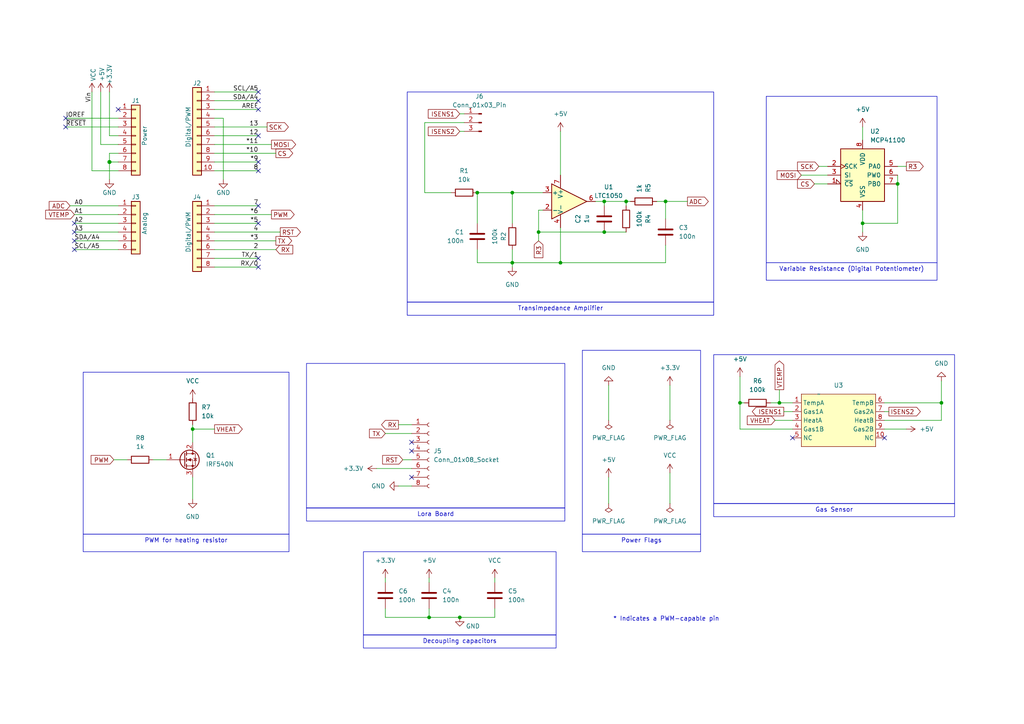
<source format=kicad_sch>
(kicad_sch (version 20230121) (generator eeschema)
  (paper "A4")
  (title_block (title "ISS 2023 AJB & RM - Gas Sensor") (date "2023-12-13"))
  (lib_symbols
    (symbol "+5V_1" (power) (pin_names (offset 0))
      (property "Value" "+5V_1" (at 0 3.556 0))
      (symbol "+5V_1_0_1"
        (polyline (pts (xy -0.762 1.27) (xy 0 2.54)))
        (polyline (pts (xy 0 0) (xy 0 2.54)))
        (polyline (pts (xy 0 2.54) (xy 0.762 1.27)))
      )
      (symbol "+5V_1_1_1"
        (pin power_in line (at 0 0 90) (length 0) hide (name "+5V") (number "1"))
      )
    )
    (symbol "+5V_2" (power) (pin_names (offset 0))
      (property "Value" "+5V_2" (at 0 3.556 0))
      (symbol "+5V_2_0_1"
        (polyline (pts (xy -0.762 1.27) (xy 0 2.54)))
        (polyline (pts (xy 0 0) (xy 0 2.54)))
        (polyline (pts (xy 0 2.54) (xy 0.762 1.27)))
      )
      (symbol "+5V_2_1_1"
        (pin power_in line (at 0 0 90) (length 0) hide (name "+5V") (number "1"))
      )
    )
    (symbol "+5V_3" (power) (pin_names (offset 0))
      (property "Value" "+5V_3" (at 0 3.556 0))
      (symbol "+5V_3_0_1"
        (polyline (pts (xy -0.762 1.27) (xy 0 2.54)))
        (polyline (pts (xy 0 0) (xy 0 2.54)))
        (polyline (pts (xy 0 2.54) (xy 0.762 1.27)))
      )
      (symbol "+5V_3_1_1"
        (pin power_in line (at 0 0 90) (length 0) hide (name "+5V") (number "1"))
      )
    )
    (symbol "+5V_4" (power) (pin_names (offset 0))
      (property "Value" "+5V_4" (at 0 3.556 0))
      (symbol "+5V_4_0_1"
        (polyline (pts (xy -0.762 1.27) (xy 0 2.54)))
        (polyline (pts (xy 0 0) (xy 0 2.54)))
        (polyline (pts (xy 0 2.54) (xy 0.762 1.27)))
      )
      (symbol "+5V_4_1_1"
        (pin power_in line (at 0 0 90) (length 0) hide (name "+5V") (number "1"))
      )
    )
    (symbol "+5V_5" (power) (pin_names (offset 0))
      (property "Value" "+5V_5" (at 0 3.556 0))
      (symbol "+5V_5_0_1"
        (polyline (pts (xy -0.762 1.27) (xy 0 2.54)))
        (polyline (pts (xy 0 0) (xy 0 2.54)))
        (polyline (pts (xy 0 2.54) (xy 0.762 1.27)))
      )
      (symbol "+5V_5_1_1"
        (pin power_in line (at 0 0 90) (length 0) hide (name "+5V") (number "1"))
      )
    )
    (symbol "Amplifier_Operational:LM6171xxN" (pin_names (offset 0.127))
      (property "Reference" "U" (at 0 6.35 0))
      (property "Value" "LM6171xxN" (at 0 3.81 0))
      (symbol "LM6171xxN_0_1"
        (polyline (pts (xy -5.08 5.08) (xy 5.08 0) (xy -5.08 -5.08) (xy -5.08 5.08)) (stroke (width 0.254)) (fill (type background)))
      )
      (symbol "LM6171xxN_1_1"
        (pin no_connect line (at -5.08 -2.54 90) (length 2.54) hide (name "NC") (number "1"))
        (pin input line (at -7.62 -2.54 0) (length 2.54) (name "-") (number "2"))
        (pin input line (at -7.62 2.54 0) (length 2.54) (name "+") (number "3"))
        (pin power_in line (at -2.54 -7.62 90) (length 3.81) (name "V-") (number "4"))
        (pin no_connect line (at -2.54 -2.54 90) (length 2.54) hide (name "NC") (number "5"))
        (pin output line (at 7.62 0 180) (length 2.54) (name "~") (number "6"))
        (pin power_in line (at -2.54 7.62 270) (length 3.81) (name "V+") (number "7"))
        (pin no_connect line (at 0 -2.54 90) (length 2.54) hide (name "NC") (number "8"))
      )
    )
    (symbol "Connector:Conn_01x03_Pin" (pin_names (offset 1.016) hide)
      (property "Reference" "J" (at 0 5.08 0))
      (property "Value" "Conn_01x03_Pin" (at 0 -5.08 0))
      (symbol "Conn_01x03_Pin_1_1"
        (polyline (pts (xy 1.27 -2.54) (xy 0.8636 -2.54)) (stroke (width 0.1524)))
        (polyline (pts (xy 1.27 0) (xy 0.8636 0)) (stroke (width 0.1524)))
        (polyline (pts (xy 1.27 2.54) (xy 0.8636 2.54)) (stroke (width 0.1524)))
        (rectangle (start 0.8636 -2.413) (end 0 -2.667) (stroke (width 0.1524)) (fill (type outline)))
        (rectangle (start 0.8636 0.127) (end 0 -0.127) (stroke (width 0.1524)) (fill (type outline)))
        (rectangle (start 0.8636 2.667) (end 0 2.413) (stroke (width 0.1524)) (fill (type outline)))
        (pin passive line (at 5.08 2.54 180) (length 3.81) (name "Pin_1") (number "1"))
        (pin passive line (at 5.08 0 180) (length 3.81) (name "Pin_2") (number "2"))
        (pin passive line (at 5.08 -2.54 180) (length 3.81) (name "Pin_3") (number "3"))
      )
    )
    (symbol "Connector:Conn_01x08_Socket" (pin_names (offset 1.016) hide)
      (property "Reference" "J" (at 0 10.16 0))
      (property "Value" "Conn_01x08_Socket" (at 0 -12.7 0))
      (symbol "Conn_01x08_Socket_1_1"
        (arc (start 0 -9.652) (mid -0.5058 -10.16) (end 0 -10.668) (stroke (width 0.1524)))
        (arc (start 0 -7.112) (mid -0.5058 -7.62) (end 0 -8.128) (stroke (width 0.1524)))
        (arc (start 0 -4.572) (mid -0.5058 -5.08) (end 0 -5.588) (stroke (width 0.1524)))
        (arc (start 0 -2.032) (mid -0.5058 -2.54) (end 0 -3.048) (stroke (width 0.1524)))
        (polyline (pts (xy -1.27 -10.16) (xy -0.508 -10.16)) (stroke (width 0.1524)))
        (polyline (pts (xy -1.27 -7.62) (xy -0.508 -7.62)) (stroke (width 0.1524)))
        (polyline (pts (xy -1.27 -5.08) (xy -0.508 -5.08)) (stroke (width 0.1524)))
        (polyline (pts (xy -1.27 -2.54) (xy -0.508 -2.54)) (stroke (width 0.1524)))
        (polyline (pts (xy -1.27 0) (xy -0.508 0)) (stroke (width 0.1524)))
        (polyline (pts (xy -1.27 2.54) (xy -0.508 2.54)) (stroke (width 0.1524)))
        (polyline (pts (xy -1.27 5.08) (xy -0.508 5.08)) (stroke (width 0.1524)))
        (polyline (pts (xy -1.27 7.62) (xy -0.508 7.62)) (stroke (width 0.1524)))
        (arc (start 0 0.508) (mid -0.5058 0) (end 0 -0.508) (stroke (width 0.1524)))
        (arc (start 0 3.048) (mid -0.5058 2.54) (end 0 2.032) (stroke (width 0.1524)))
        (arc (start 0 5.588) (mid -0.5058 5.08) (end 0 4.572) (stroke (width 0.1524)))
        (arc (start 0 8.128) (mid -0.5058 7.62) (end 0 7.112) (stroke (width 0.1524)))
        (pin passive line (at -5.08 7.62 0) (length 3.81) (name "Pin_1") (number "1"))
        (pin passive line (at -5.08 5.08 0) (length 3.81) (name "Pin_2") (number "2"))
        (pin passive line (at -5.08 2.54 0) (length 3.81) (name "Pin_3") (number "3"))
        (pin passive line (at -5.08 0 0) (length 3.81) (name "Pin_4") (number "4"))
        (pin passive line (at -5.08 -2.54 0) (length 3.81) (name "Pin_5") (number "5"))
        (pin passive line (at -5.08 -5.08 0) (length 3.81) (name "Pin_6") (number "6"))
        (pin passive line (at -5.08 -7.62 0) (length 3.81) (name "Pin_7") (number "7"))
        (pin passive line (at -5.08 -10.16 0) (length 3.81) (name "Pin_8") (number "8"))
      )
    )
    (symbol "Connector_Generic:Conn_01x06" (pin_names (offset 1.016) hide)
      (property "Reference" "J" (at 0 7.62 0))
      (property "Value" "Conn_01x06" (at 0 -10.16 0))
      (symbol "Conn_01x06_1_1"
        (rectangle (start -1.27 -7.493) (end 0 -7.747) (stroke (width 0.1524)))
        (rectangle (start -1.27 -4.953) (end 0 -5.207) (stroke (width 0.1524)))
        (rectangle (start -1.27 -2.413) (end 0 -2.667) (stroke (width 0.1524)))
        (rectangle (start -1.27 0.127) (end 0 -0.127) (stroke (width 0.1524)))
        (rectangle (start -1.27 2.667) (end 0 2.413) (stroke (width 0.1524)))
        (rectangle (start -1.27 5.207) (end 0 4.953) (stroke (width 0.1524)))
        (rectangle (start -1.27 6.35) (end 1.27 -8.89) (stroke (width 0.254)) (fill (type background)))
        (pin passive line (at -5.08 5.08 0) (length 3.81) (name "Pin_1") (number "1"))
        (pin passive line (at -5.08 2.54 0) (length 3.81) (name "Pin_2") (number "2"))
        (pin passive line (at -5.08 0 0) (length 3.81) (name "Pin_3") (number "3"))
        (pin passive line (at -5.08 -2.54 0) (length 3.81) (name "Pin_4") (number "4"))
        (pin passive line (at -5.08 -5.08 0) (length 3.81) (name "Pin_5") (number "5"))
        (pin passive line (at -5.08 -7.62 0) (length 3.81) (name "Pin_6") (number "6"))
      )
    )
    (symbol "Connector_Generic:Conn_01x08" (pin_names (offset 1.016) hide)
      (property "Reference" "J" (at 0 10.16 0))
      (property "Value" "Conn_01x08" (at 0 -12.7 0))
      (symbol "Conn_01x08_1_1"
        (rectangle (start -1.27 -10.033) (end 0 -10.287) (stroke (width 0.1524)))
        (rectangle (start -1.27 -7.493) (end 0 -7.747) (stroke (width 0.1524)))
        (rectangle (start -1.27 -4.953) (end 0 -5.207) (stroke (width 0.1524)))
        (rectangle (start -1.27 -2.413) (end 0 -2.667) (stroke (width 0.1524)))
        (rectangle (start -1.27 0.127) (end 0 -0.127) (stroke (width 0.1524)))
        (rectangle (start -1.27 2.667) (end 0 2.413) (stroke (width 0.1524)))
        (rectangle (start -1.27 5.207) (end 0 4.953) (stroke (width 0.1524)))
        (rectangle (start -1.27 7.747) (end 0 7.493) (stroke (width 0.1524)))
        (rectangle (start -1.27 8.89) (end 1.27 -11.43) (stroke (width 0.254)) (fill (type background)))
        (pin passive line (at -5.08 7.62 0) (length 3.81) (name "Pin_1") (number "1"))
        (pin passive line (at -5.08 5.08 0) (length 3.81) (name "Pin_2") (number "2"))
        (pin passive line (at -5.08 2.54 0) (length 3.81) (name "Pin_3") (number "3"))
        (pin passive line (at -5.08 0 0) (length 3.81) (name "Pin_4") (number "4"))
        (pin passive line (at -5.08 -2.54 0) (length 3.81) (name "Pin_5") (number "5"))
        (pin passive line (at -5.08 -5.08 0) (length 3.81) (name "Pin_6") (number "6"))
        (pin passive line (at -5.08 -7.62 0) (length 3.81) (name "Pin_7") (number "7"))
        (pin passive line (at -5.08 -10.16 0) (length 3.81) (name "Pin_8") (number "8"))
      )
    )
    (symbol "Connector_Generic:Conn_01x10" (pin_names (offset 1.016) hide)
      (property "Reference" "J" (at 0 12.7 0))
      (property "Value" "Conn_01x10" (at 0 -15.24 0))
      (symbol "Conn_01x10_1_1"
        (rectangle (start -1.27 -12.573) (end 0 -12.827) (stroke (width 0.1524)))
        (rectangle (start -1.27 -10.033) (end 0 -10.287) (stroke (width 0.1524)))
        (rectangle (start -1.27 -7.493) (end 0 -7.747) (stroke (width 0.1524)))
        (rectangle (start -1.27 -4.953) (end 0 -5.207) (stroke (width 0.1524)))
        (rectangle (start -1.27 -2.413) (end 0 -2.667) (stroke (width 0.1524)))
        (rectangle (start -1.27 0.127) (end 0 -0.127) (stroke (width 0.1524)))
        (rectangle (start -1.27 2.667) (end 0 2.413) (stroke (width 0.1524)))
        (rectangle (start -1.27 5.207) (end 0 4.953) (stroke (width 0.1524)))
        (rectangle (start -1.27 7.747) (end 0 7.493) (stroke (width 0.1524)))
        (rectangle (start -1.27 10.287) (end 0 10.033) (stroke (width 0.1524)))
        (rectangle (start -1.27 11.43) (end 1.27 -13.97) (stroke (width 0.254)) (fill (type background)))
        (pin passive line (at -5.08 10.16 0) (length 3.81) (name "Pin_1") (number "1"))
        (pin passive line (at -5.08 -12.7 0) (length 3.81) (name "Pin_10") (number "10"))
        (pin passive line (at -5.08 7.62 0) (length 3.81) (name "Pin_2") (number "2"))
        (pin passive line (at -5.08 5.08 0) (length 3.81) (name "Pin_3") (number "3"))
        (pin passive line (at -5.08 2.54 0) (length 3.81) (name "Pin_4") (number "4"))
        (pin passive line (at -5.08 0 0) (length 3.81) (name "Pin_5") (number "5"))
        (pin passive line (at -5.08 -2.54 0) (length 3.81) (name "Pin_6") (number "6"))
        (pin passive line (at -5.08 -5.08 0) (length 3.81) (name "Pin_7") (number "7"))
        (pin passive line (at -5.08 -7.62 0) (length 3.81) (name "Pin_8") (number "8"))
        (pin passive line (at -5.08 -10.16 0) (length 3.81) (name "Pin_9") (number "9"))
      )
    )
    (symbol "Device:C" (pin_numbers hide) (pin_names (offset 0.254))
      (property "Reference" "C" (at 0.635 2.54 0))
      (property "Value" "C" (at 0.635 -2.54 0))
      (symbol "C_0_1"
        (polyline (pts (xy -2.032 -0.762) (xy 2.032 -0.762)) (stroke (width 0.508)))
        (polyline (pts (xy -2.032 0.762) (xy 2.032 0.762)) (stroke (width 0.508)))
      )
      (symbol "C_1_1"
        (pin passive line (at 0 3.81 270) (length 2.794) (name "~") (number "1"))
        (pin passive line (at 0 -3.81 90) (length 2.794) (name "~") (number "2"))
      )
    )
    (symbol "Device:R" (pin_numbers hide) (pin_names (offset 0))
      (property "Reference" "R" (at 2.032 0 90))
      (property "Value" "R" (at 0 0 90))
      (symbol "R_0_1"
        (rectangle (start -1.016 -2.54) (end 1.016 2.54) (stroke (width 0.254)))
      )
      (symbol "R_1_1"
        (pin passive line (at 0 3.81 270) (length 1.27) (name "~") (number "1"))
        (pin passive line (at 0 -3.81 90) (length 1.27) (name "~") (number "2"))
      )
    )
    (symbol "GND_1" (power) (pin_names (offset 0))
      (property "Value" "GND_1" (at 0 -3.81 0))
      (symbol "GND_1_0_1"
        (polyline (pts (xy 0 0) (xy 0 -1.27) (xy 1.27 -1.27) (xy 0 -2.54) (xy -1.27 -1.27) (xy 0 -1.27)))
      )
      (symbol "GND_1_1_1"
        (pin power_in line (at 0 0 270) (length 0) hide (name "GND") (number "1"))
      )
    )
    (symbol "GND_2" (power) (pin_names (offset 0))
      (property "Value" "GND_2" (at 0 -3.81 0))
      (symbol "GND_2_0_1"
        (polyline (pts (xy 0 0) (xy 0 -1.27) (xy 1.27 -1.27) (xy 0 -2.54) (xy -1.27 -1.27) (xy 0 -1.27)))
      )
      (symbol "GND_2_1_1"
        (pin power_in line (at 0 0 270) (length 0) hide (name "GND") (number "1"))
      )
    )
    (symbol "GND_3" (power) (pin_names (offset 0))
      (property "Value" "GND_3" (at 0 -3.81 0))
      (symbol "GND_3_0_1"
        (polyline (pts (xy 0 0) (xy 0 -1.27) (xy 1.27 -1.27) (xy 0 -2.54) (xy -1.27 -1.27) (xy 0 -1.27)))
      )
      (symbol "GND_3_1_1"
        (pin power_in line (at 0 0 270) (length 0) hide (name "GND") (number "1"))
      )
    )
    (symbol "GND_4" (power) (pin_names (offset 0))
      (property "Value" "GND_4" (at 0 -3.81 0))
      (symbol "GND_4_0_1"
        (polyline (pts (xy 0 0) (xy 0 -1.27) (xy 1.27 -1.27) (xy 0 -2.54) (xy -1.27 -1.27) (xy 0 -1.27)))
      )
      (symbol "GND_4_1_1"
        (pin power_in line (at 0 0 270) (length 0) hide (name "GND") (number "1"))
      )
    )
    (symbol "GND_5" (power) (pin_names (offset 0))
      (property "Value" "GND_5" (at 0 -3.81 0))
      (symbol "GND_5_0_1"
        (polyline (pts (xy 0 0) (xy 0 -1.27) (xy 1.27 -1.27) (xy 0 -2.54) (xy -1.27 -1.27) (xy 0 -1.27)))
      )
      (symbol "GND_5_1_1"
        (pin power_in line (at 0 0 270) (length 0) hide (name "GND") (number "1"))
      )
    )
    (symbol "GND_6" (power) (pin_names (offset 0))
      (property "Value" "GND_6" (at 0 -3.81 0))
      (symbol "GND_6_0_1"
        (polyline (pts (xy 0 0) (xy 0 -1.27) (xy 1.27 -1.27) (xy 0 -2.54) (xy -1.27 -1.27) (xy 0 -1.27)))
      )
      (symbol "GND_6_1_1"
        (pin power_in line (at 0 0 270) (length 0) hide (name "GND") (number "1"))
      )
    )
    (symbol "GND_7" (power) (pin_names (offset 0))
      (property "Value" "GND_7" (at 0 -3.81 0))
      (symbol "GND_7_0_1"
        (polyline (pts (xy 0 0) (xy 0 -1.27) (xy 1.27 -1.27) (xy 0 -2.54) (xy -1.27 -1.27) (xy 0 -1.27)))
      )
      (symbol "GND_7_1_1"
        (pin power_in line (at 0 0 270) (length 0) hide (name "GND") (number "1"))
      )
    )
    (symbol "Library_AJB_RM_0:Gas_Sensor"
      (property "Reference" "U" (at 0 0 0))
      (symbol "Gas_Sensor_1_1"
        (rectangle (start -5.08 0) (end 16.51 -15.24) (fill (type background)))
        (pin passive line (at -7.62 -2.54 0) (length 2.54) (name "TempA") (number "1"))
        (pin passive line (at 19.05 -12.7 180) (length 2.54) (name "NC") (number "10"))
        (pin passive line (at -7.62 -5.08 0) (length 2.54) (name "Gas1A") (number "2"))
        (pin passive line (at -7.62 -7.62 0) (length 2.54) (name "HeatA") (number "3"))
        (pin passive line (at -7.62 -10.16 0) (length 2.54) (name "Gas1B") (number "4"))
        (pin passive line (at -7.62 -12.7 0) (length 2.54) (name "NC") (number "5"))
        (pin passive line (at 19.05 -2.54 180) (length 2.54) (name "TempB") (number "6"))
        (pin passive line (at 19.05 -5.08 180) (length 2.54) (name "Gas2A") (number "7"))
        (pin passive line (at 19.05 -7.62 180) (length 2.54) (name "HeatB") (number "8"))
        (pin passive line (at 19.05 -10.16 180) (length 2.54) (name "Gas2B") (number "9"))
      )
    )
    (symbol "Potentiometer_Digital:MCP41100" (pin_names (offset 1.016))
      (property "Reference" "U" (at -6.35 8.89 0))
      (property "Value" "MCP41100" (at 1.27 8.89 0))
      (symbol "MCP41100_0_1"
        (rectangle (start -6.35 7.62) (end 6.35 -7.62) (stroke (width 0.254)) (fill (type background)))
      )
      (symbol "MCP41100_1_1"
        (pin input input_low (at -10.16 -2.54 0) (length 3.81) (name "~{CS}") (number "1"))
        (pin passive clock (at -10.16 2.54 0) (length 3.81) (name "SCK") (number "2"))
        (pin input line (at -10.16 0 0) (length 3.81) (name "SI") (number "3"))
        (pin power_in line (at 0 -10.16 90) (length 2.54) (name "VSS") (number "4"))
        (pin passive line (at 10.16 2.54 180) (length 3.81) (name "PA0") (number "5"))
        (pin passive line (at 10.16 0 180) (length 3.81) (name "PW0") (number "6"))
        (pin passive line (at 10.16 -2.54 180) (length 3.81) (name "PB0") (number "7"))
        (pin power_in line (at 0 10.16 270) (length 2.54) (name "VDD") (number "8"))
      )
    )
    (symbol "Transistor_FET:IRF540N" (pin_names hide)
      (property "Reference" "Q" (at 6.35 1.905 0))
      (property "Value" "IRF540N" (at 6.35 0 0))
      (symbol "IRF540N_0_1"
        (polyline (pts (xy 0.254 0) (xy -2.54 0)))
        (polyline (pts (xy 0.254 1.905) (xy 0.254 -1.905)) (stroke (width 0.254)))
        (polyline (pts (xy 0.762 -1.27) (xy 0.762 -2.286)) (stroke (width 0.254)))
        (polyline (pts (xy 0.762 0.508) (xy 0.762 -0.508)) (stroke (width 0.254)))
        (polyline (pts (xy 0.762 2.286) (xy 0.762 1.27)) (stroke (width 0.254)))
        (polyline (pts (xy 2.54 2.54) (xy 2.54 1.778)))
        (polyline (pts (xy 2.54 -2.54) (xy 2.54 0) (xy 0.762 0)))
        (polyline (pts (xy 0.762 -1.778) (xy 3.302 -1.778) (xy 3.302 1.778) (xy 0.762 1.778)))
        (polyline (pts (xy 1.016 0) (xy 2.032 0.381) (xy 2.032 -0.381) (xy 1.016 0)) (fill (type outline)))
        (polyline (pts (xy 2.794 0.508) (xy 2.921 0.381) (xy 3.683 0.381) (xy 3.81 0.254)))
        (polyline (pts (xy 3.302 0.381) (xy 2.921 -0.254) (xy 3.683 -0.254) (xy 3.302 0.381)))
        (circle (center 1.651 0) (radius 2.794) (stroke (width 0.254)))
        (circle (center 2.54 -1.778) (radius 0.254) (fill (type outline)))
        (circle (center 2.54 1.778) (radius 0.254) (fill (type outline)))
      )
      (symbol "IRF540N_1_1"
        (pin input line (at -5.08 0 0) (length 2.54) (name "G") (number "1"))
        (pin passive line (at 2.54 5.08 270) (length 2.54) (name "D") (number "2"))
        (pin passive line (at 2.54 -5.08 90) (length 2.54) (name "S") (number "3"))
      )
    )
    (symbol "VCC_1" (power) (pin_names (offset 0))
      (property "Value" "VCC_1" (at 0 3.81 0))
      (symbol "VCC_1_0_1"
        (polyline (pts (xy -0.762 1.27) (xy 0 2.54)))
        (polyline (pts (xy 0 0) (xy 0 2.54)))
        (polyline (pts (xy 0 2.54) (xy 0.762 1.27)))
      )
      (symbol "VCC_1_1_1"
        (pin power_in line (at 0 0 90) (length 0) hide (name "VCC") (number "1"))
      )
    )
    (symbol "VCC_2" (power) (pin_names (offset 0))
      (property "Value" "VCC_2" (at 0 3.81 0))
      (symbol "VCC_2_0_1"
        (polyline (pts (xy -0.762 1.27) (xy 0 2.54)))
        (polyline (pts (xy 0 0) (xy 0 2.54)))
        (polyline (pts (xy 0 2.54) (xy 0.762 1.27)))
      )
      (symbol "VCC_2_1_1"
        (pin power_in line (at 0 0 90) (length 0) hide (name "VCC") (number "1"))
      )
    )
    (symbol "VCC_3" (power) (pin_names (offset 0))
      (property "Value" "VCC_3" (at 0 3.81 0))
      (symbol "VCC_3_0_1"
        (polyline (pts (xy -0.762 1.27) (xy 0 2.54)))
        (polyline (pts (xy 0 0) (xy 0 2.54)))
        (polyline (pts (xy 0 2.54) (xy 0.762 1.27)))
      )
      (symbol "VCC_3_1_1"
        (pin power_in line (at 0 0 90) (length 0) hide (name "VCC") (number "1"))
      )
    )
    (symbol "power:+3.3V" (power) (pin_names (offset 0))
      (property "Value" "+3.3V" (at 0 3.556 0))
      (symbol "+3.3V_0_1"
        (polyline (pts (xy -0.762 1.27) (xy 0 2.54)))
        (polyline (pts (xy 0 0) (xy 0 2.54)))
        (polyline (pts (xy 0 2.54) (xy 0.762 1.27)))
      )
      (symbol "+3.3V_1_1"
        (pin power_in line (at 0 0 90) (length 0) hide (name "+3.3V") (number "1"))
      )
    )
    (symbol "power:+5V" (power) (pin_names (offset 0))
      (property "Value" "+5V" (at 0 3.556 0))
      (symbol "+5V_0_1"
        (polyline (pts (xy -0.762 1.27) (xy 0 2.54)))
        (polyline (pts (xy 0 0) (xy 0 2.54)))
        (polyline (pts (xy 0 2.54) (xy 0.762 1.27)))
      )
      (symbol "+5V_1_1"
        (pin power_in line (at 0 0 90) (length 0) hide (name "+5V") (number "1"))
      )
    )
    (symbol "power:GND" (power) (pin_names (offset 0))
      (property "Value" "GND" (at 0 -3.81 0))
      (symbol "GND_0_1"
        (polyline (pts (xy 0 0) (xy 0 -1.27) (xy 1.27 -1.27) (xy 0 -2.54) (xy -1.27 -1.27) (xy 0 -1.27)))
      )
      (symbol "GND_1_1"
        (pin power_in line (at 0 0 270) (length 0) hide (name "GND") (number "1"))
      )
    )
    (symbol "power:PWR_FLAG" (power) (pin_numbers hide) (pin_names (offset 0) hide)
      (property "Value" "PWR_FLAG" (at 0 3.81 0))
      (symbol "PWR_FLAG_0_0"
        (pin power_out line (at 0 0 90) (length 0) (name "pwr") (number "1"))
      )
      (symbol "PWR_FLAG_0_1"
        (polyline (pts (xy 0 0) (xy 0 1.27) (xy -1.016 1.905) (xy 0 2.54) (xy 1.016 1.905) (xy 0 1.27)))
      )
    )
    (symbol "power:VCC" (power) (pin_names (offset 0))
      (property "Value" "VCC" (at 0 3.81 0))
      (symbol "VCC_0_1"
        (polyline (pts (xy -0.762 1.27) (xy 0 2.54)))
        (polyline (pts (xy 0 0) (xy 0 2.54)))
        (polyline (pts (xy 0 2.54) (xy 0.762 1.27)))
      )
      (symbol "VCC_1_1"
        (pin power_in line (at 0 0 90) (length 0) hide (name "VCC") (number "1"))
      )
    )
  )
  (junction (at 273.05 116.84))
  (junction (at 214.63 116.84))
  (junction (at 181.61 58.42))
  (junction (at 133.35 179.07))
  (junction (at 138.43 55.88))
  (junction (at 156.21 67.31))
  (junction (at 162.56 76.2))
  (junction (at 226.06 116.84))
  (junction (at 124.46 179.07))
  (junction (at 31.75 46.99) (diameter 1.016))
  (junction (at 148.59 76.2))
  (junction (at 55.88 124.46))
  (junction (at 175.26 58.42))
  (junction (at 193.04 58.42))
  (junction (at 260.35 53.34))
  (junction (at 250.19 64.77))
  (junction (at 148.59 55.88))
  (junction (at 175.26 67.31))
  (no_connect (at 229.87 127))
  (no_connect (at 74.93 46.99))
  (no_connect (at 119.38 138.43))
  (no_connect (at 74.93 77.47))
  (no_connect (at 74.93 59.69))
  (no_connect (at 74.93 39.37))
  (no_connect (at 344.17 13.97))
  (no_connect (at 74.93 29.21))
  (no_connect (at 256.54 127))
  (no_connect (at 74.93 64.77))
  (no_connect (at 21.59 69.85))
  (no_connect (at 74.93 31.75))
  (no_connect (at 74.93 74.93))
  (no_connect (at 119.38 130.81))
  (no_connect (at 74.93 26.67))
  (no_connect (at 119.38 128.27))
  (no_connect (at 21.59 67.31))
  (no_connect (at 21.59 72.39))
  (no_connect (at 34.29 31.75))
  (no_connect (at 21.59 64.77))
  (no_connect (at 74.93 49.53))
  (no_connect (at 19.05 36.83))
  (no_connect (at 19.05 34.29))
  (wire (pts (xy 62.23 77.47) (xy 74.93 77.47)))
  (wire (pts (xy 172.72 58.42) (xy 175.26 58.42)))
  (wire (pts (xy 62.23 44.45) (xy 80.01 44.45)))
  (wire (pts (xy 214.63 109.22) (xy 214.63 116.84)))
  (wire (pts (xy 138.43 72.39) (xy 138.43 76.2)))
  (wire (pts (xy 62.23 26.67) (xy 74.93 26.67)))
  (wire (pts (xy 109.22 135.89) (xy 119.38 135.89)))
  (wire (pts (xy 181.61 58.42) (xy 181.61 59.69)))
  (wire (pts (xy 111.76 176.53) (xy 111.76 179.07)))
  (wire (pts (xy 123.19 55.88) (xy 130.81 55.88)))
  (wire (pts (xy 193.04 76.2) (xy 162.56 76.2)))
  (wire (pts (xy 256.54 121.92) (xy 273.05 121.92)))
  (wire (pts (xy 148.59 76.2) (xy 148.59 77.47)))
  (wire (pts (xy 33.02 133.35) (xy 36.83 133.35)))
  (wire (pts (xy 148.59 55.88) (xy 148.59 64.77)))
  (wire (pts (xy 214.63 124.46) (xy 229.87 124.46)))
  (wire (pts (xy 256.54 119.38) (xy 257.81 119.38)))
  (wire (pts (xy 31.75 44.45) (xy 31.75 46.99)))
  (wire (pts (xy 138.43 55.88) (xy 138.43 64.77)))
  (wire (pts (xy 21.59 72.39) (xy 34.29 72.39)))
  (wire (pts (xy 214.63 116.84) (xy 214.63 124.46)))
  (wire (pts (xy 260.35 53.34) (xy 260.35 50.8)))
  (wire (pts (xy 133.35 33.02) (xy 134.62 33.02)))
  (wire (pts (xy 55.88 124.46) (xy 62.23 124.46)))
  (wire (pts (xy 236.22 53.34) (xy 240.03 53.34)))
  (wire (pts (xy 31.75 46.99) (xy 31.75 52.07)))
  (wire (pts (xy 143.51 176.53) (xy 143.51 179.07)))
  (wire (pts (xy 111.76 167.64) (xy 111.76 168.91)))
  (wire (pts (xy 31.75 39.37) (xy 34.29 39.37)))
  (wire (pts (xy 55.88 138.43) (xy 55.88 144.78)))
  (wire (pts (xy 29.21 41.91) (xy 34.29 41.91)))
  (wire (pts (xy 226.06 116.84) (xy 229.87 116.84)))
  (wire (pts (xy 29.21 26.67) (xy 29.21 41.91)))
  (wire (pts (xy 111.76 125.73) (xy 119.38 125.73)))
  (wire (pts (xy 62.23 36.83) (xy 77.47 36.83)))
  (wire (pts (xy 31.75 26.67) (xy 31.75 39.37)))
  (wire (pts (xy 62.23 59.69) (xy 74.93 59.69)))
  (wire (pts (xy 193.04 58.42) (xy 199.39 58.42)))
  (wire (pts (xy 20.32 59.69) (xy 34.29 59.69)))
  (wire (pts (xy 123.19 35.56) (xy 123.19 55.88)))
  (wire (pts (xy 133.35 38.1) (xy 134.62 38.1)))
  (wire (pts (xy 62.23 39.37) (xy 74.93 39.37)))
  (wire (pts (xy 237.49 48.26) (xy 240.03 48.26)))
  (wire (pts (xy 156.21 60.96) (xy 157.48 60.96)))
  (wire (pts (xy 256.54 124.46) (xy 262.89 124.46)))
  (wire (pts (xy 156.21 60.96) (xy 156.21 67.31)))
  (wire (pts (xy 193.04 71.12) (xy 193.04 76.2)))
  (wire (pts (xy 162.56 66.04) (xy 162.56 76.2)))
  (wire (pts (xy 194.31 137.16) (xy 194.31 146.05)))
  (wire (pts (xy 62.23 46.99) (xy 74.93 46.99)))
  (wire (pts (xy 62.23 67.31) (xy 81.28 67.31)))
  (wire (pts (xy 215.9 116.84) (xy 214.63 116.84)))
  (wire (pts (xy 156.21 67.31) (xy 175.26 67.31)))
  (wire (pts (xy 124.46 176.53) (xy 124.46 179.07)))
  (wire (pts (xy 19.05 34.29) (xy 34.29 34.29)))
  (wire (pts (xy 194.31 111.76) (xy 194.31 121.92)))
  (wire (pts (xy 148.59 72.39) (xy 148.59 76.2)))
  (wire (pts (xy 260.35 48.26) (xy 262.89 48.26)))
  (wire (pts (xy 64.77 34.29) (xy 64.77 52.07)))
  (wire (pts (xy 138.43 55.88) (xy 148.59 55.88)))
  (wire (pts (xy 156.21 67.31) (xy 156.21 69.85)))
  (wire (pts (xy 193.04 58.42) (xy 193.04 63.5)))
  (wire (pts (xy 62.23 31.75) (xy 74.93 31.75)))
  (wire (pts (xy 148.59 76.2) (xy 162.56 76.2)))
  (wire (pts (xy 134.62 35.56) (xy 123.19 35.56)))
  (wire (pts (xy 62.23 62.23) (xy 78.74 62.23)))
  (wire (pts (xy 176.53 138.43) (xy 176.53 146.05)))
  (wire (pts (xy 34.29 64.77) (xy 21.59 64.77)))
  (wire (pts (xy 19.05 36.83) (xy 34.29 36.83)))
  (wire (pts (xy 34.29 46.99) (xy 31.75 46.99)))
  (wire (pts (xy 138.43 76.2) (xy 148.59 76.2)))
  (wire (pts (xy 115.57 123.19) (xy 119.38 123.19)))
  (wire (pts (xy 256.54 116.84) (xy 273.05 116.84)))
  (wire (pts (xy 55.88 123.19) (xy 55.88 124.46)))
  (wire (pts (xy 116.84 133.35) (xy 119.38 133.35)))
  (wire (pts (xy 34.29 49.53) (xy 26.67 49.53)))
  (wire (pts (xy 190.5 58.42) (xy 193.04 58.42)))
  (wire (pts (xy 21.59 62.23) (xy 34.29 62.23)))
  (wire (pts (xy 175.26 58.42) (xy 181.61 58.42)))
  (wire (pts (xy 124.46 167.64) (xy 124.46 168.91)))
  (wire (pts (xy 143.51 167.64) (xy 143.51 168.91)))
  (wire (pts (xy 227.33 119.38) (xy 229.87 119.38)))
  (wire (pts (xy 55.88 124.46) (xy 55.88 128.27)))
  (wire (pts (xy 62.23 64.77) (xy 74.93 64.77)))
  (wire (pts (xy 62.23 34.29) (xy 64.77 34.29)))
  (wire (pts (xy 181.61 58.42) (xy 182.88 58.42)))
  (wire (pts (xy 232.41 50.8) (xy 240.03 50.8)))
  (wire (pts (xy 62.23 69.85) (xy 80.01 69.85)))
  (wire (pts (xy 34.29 44.45) (xy 31.75 44.45)))
  (wire (pts (xy 250.19 60.96) (xy 250.19 64.77)))
  (wire (pts (xy 62.23 41.91) (xy 78.74 41.91)))
  (wire (pts (xy 111.76 179.07) (xy 124.46 179.07)))
  (wire (pts (xy 273.05 110.49) (xy 273.05 116.84)))
  (wire (pts (xy 21.59 67.31) (xy 34.29 67.31)))
  (wire (pts (xy 175.26 67.31) (xy 181.61 67.31)))
  (wire (pts (xy 273.05 116.84) (xy 273.05 121.92)))
  (wire (pts (xy 250.19 67.31) (xy 250.19 64.77)))
  (wire (pts (xy 224.79 121.92) (xy 229.87 121.92)))
  (wire (pts (xy 162.56 38.1) (xy 162.56 50.8)))
  (wire (pts (xy 133.35 179.07) (xy 143.51 179.07)))
  (wire (pts (xy 44.45 133.35) (xy 48.26 133.35)))
  (wire (pts (xy 260.35 64.77) (xy 260.35 53.34)))
  (wire (pts (xy 175.26 58.42) (xy 175.26 59.69)))
  (wire (pts (xy 62.23 29.21) (xy 74.93 29.21)))
  (wire (pts (xy 62.23 72.39) (xy 80.01 72.39)))
  (wire (pts (xy 250.19 64.77) (xy 260.35 64.77)))
  (wire (pts (xy 223.52 116.84) (xy 226.06 116.84)))
  (wire (pts (xy 250.19 36.83) (xy 250.19 40.64)))
  (wire (pts (xy 176.53 111.76) (xy 176.53 121.92)))
  (wire (pts (xy 62.23 74.93) (xy 74.93 74.93)))
  (wire (pts (xy 26.67 49.53) (xy 26.67 26.67)))
  (wire (pts (xy 226.06 113.03) (xy 226.06 116.84)))
  (wire (pts (xy 148.59 55.88) (xy 157.48 55.88)))
  (wire (pts (xy 34.29 69.85) (xy 21.59 69.85)))
  (wire (pts (xy 115.57 140.97) (xy 119.38 140.97)))
  (wire (pts (xy 62.23 49.53) (xy 74.93 49.53)))
  (wire (pts (xy 124.46 179.07) (xy 133.35 179.07)))
  (rectangle (start 88.9 105.41) (end 163.83 147.32))
  (rectangle (start 222.25 27.94) (end 271.78 76.2))
  (rectangle (start 207.01 102.87) (end 276.86 146.05))
  (rectangle (start 168.91 101.6) (end 203.2 154.94))
  (rectangle (start 24.13 107.95) (end 83.82 154.94))
  (rectangle (start 105.41 160.02) (end 161.29 184.15))
  (rectangle (start 118.11 26.67) (end 207.01 87.63))
  (text_box "Decoupling capacitors\n" (at 105.41 184.15 0) (size 55.88 3.81) (effects (font (size 1.27 1.27)) (justify top)))
  (text_box "Variable Resistance (Digital Potentiometer)" (at 222.25 76.2 0) (size 49.53 5.08) (effects (font (size 1.27 1.27)) (justify top)))
  (text_box "PWM for heating resistor" (at 24.13 154.94 0) (size 59.69 5.08) (effects (font (size 1.27 1.27)) (justify top)))
  (text_box "Transimpedance Amplifier" (at 118.11 87.63 0) (size 88.9 3.81) (effects (font (size 1.27 1.27)) (justify top)))
  (text_box "Lora Board " (at 88.9 147.32 0) (size 74.93 3.81) (effects (font (size 1.27 1.27)) (justify top)))
  (text_box "Gas Sensor" (at 207.01 146.05 0) (size 69.85 3.81) (effects (font (size 1.27 1.27)) (justify top)))
  (text_box "Power Flags \n" (at 168.91 154.94 0) (size 34.29 5.08) (effects (font (size 1.27 1.27)) (justify top)))
  (text "* Indicates a PWM-capable pin" (at 177.8 180.34 0) (effects (font (size 1.27 1.27)) (justify left bottom)))
  (label "RX{slash}0" (at 74.93 77.47 180))
  (label "A2" (at 21.59 64.77 0))
  (label "4" (at 74.93 67.31 180))
  (label "2" (at 74.93 72.39 180))
  (label "A3" (at 21.59 67.31 0))
  (label "13" (at 74.93 36.83 180))
  (label "12" (at 74.93 39.37 180))
  (label "~{RESET}" (at 19.05 36.83 0))
  (label "*10" (at 74.93 44.45 180))
  (label "7" (at 74.93 59.69 180))
  (label "SDA{slash}A4" (at 74.93 29.21 180))
  (label "8" (at 74.93 49.53 180))
  (label "*11" (at 74.93 41.91 180))
  (label "*3" (at 74.93 69.85 180))
  (label "A1" (at 21.59 62.23 0))
  (label "TX{slash}1" (at 74.93 74.93 180))
  (label "A0" (at 21.59 59.69 0))
  (label "AREF" (at 74.93 31.75 180))
  (label "Vin" (at 26.67 26.67 270))
  (label "*6" (at 74.93 62.23 180))
  (label "SCL{slash}A5" (at 74.93 26.67 180))
  (label "*9" (at 74.93 46.99 180))
  (label "*5" (at 74.93 64.77 180))
  (label "IOREF" (at 19.05 34.29 0))
  (label "SDA{slash}A4" (at 21.59 69.85 0))
  (label "SCL{slash}A5" (at 21.59 72.39 0))
  (global_label "ISENS1" (shape input) (at 133.35 33.02 180) (property "Intersheetrefs" "${INTERSHEET_REFS}" (effects hide)))
  (global_label "CS" (shape input) (at 236.22 53.34 180) (property "Intersheetrefs" "${INTERSHEET_REFS}" (effects hide)))
  (global_label "VTEMP" (shape output) (at 226.06 113.03 90) (property "Intersheetrefs" "${INTERSHEET_REFS}" (effects hide)))
  (global_label "TX" (shape output) (at 80.01 69.85 0) (property "Intersheetrefs" "${INTERSHEET_REFS}" (effects hide)))
  (global_label "ADC" (shape output) (at 199.39 58.42 0) (property "Intersheetrefs" "${INTERSHEET_REFS}" (effects hide)))
  (global_label "RX" (shape output) (at 115.57 123.19 180) (property "Intersheetrefs" "${INTERSHEET_REFS}" (effects hide)))
  (global_label "SCK" (shape input) (at 237.49 48.26 180) (property "Intersheetrefs" "${INTERSHEET_REFS}" (effects hide)))
  (global_label "PWM" (shape input) (at 33.02 133.35 180) (property "Intersheetrefs" "${INTERSHEET_REFS}" (effects hide)))
  (global_label "SCK" (shape output) (at 77.47 36.83 0) (property "Intersheetrefs" "${INTERSHEET_REFS}" (effects hide)))
  (global_label "ISENS2" (shape output) (at 257.81 119.38 0) (property "Intersheetrefs" "${INTERSHEET_REFS}" (effects hide)))
  (global_label "RST" (shape input) (at 116.84 133.35 180) (property "Intersheetrefs" "${INTERSHEET_REFS}" (effects hide)))
  (global_label "TX" (shape input) (at 111.76 125.73 180) (property "Intersheetrefs" "${INTERSHEET_REFS}" (effects hide)))
  (global_label "R3" (shape output) (at 262.89 48.26 0) (property "Intersheetrefs" "${INTERSHEET_REFS}" (effects hide)))
  (global_label "MOSI" (shape input) (at 232.41 50.8 180) (property "Intersheetrefs" "${INTERSHEET_REFS}" (effects hide)))
  (global_label "ISENS2" (shape input) (at 133.35 38.1 180) (property "Intersheetrefs" "${INTERSHEET_REFS}" (effects hide)))
  (global_label "RX" (shape input) (at 80.01 72.39 0) (property "Intersheetrefs" "${INTERSHEET_REFS}" (effects hide)))
  (global_label "MOSI" (shape output) (at 78.74 41.91 0) (property "Intersheetrefs" "${INTERSHEET_REFS}" (effects hide)))
  (global_label "R3" (shape input) (at 156.21 69.85 270) (property "Intersheetrefs" "${INTERSHEET_REFS}" (effects hide)))
  (global_label "ISENS1" (shape output) (at 227.33 119.38 180) (property "Intersheetrefs" "${INTERSHEET_REFS}" (effects hide)))
  (global_label "RST" (shape output) (at 81.28 67.31 0) (property "Intersheetrefs" "${INTERSHEET_REFS}" (effects hide)))
  (global_label "ADC" (shape input) (at 20.32 59.69 180) (property "Intersheetrefs" "${INTERSHEET_REFS}" (effects hide)))
  (global_label "VTEMP" (shape input) (at 21.59 62.23 180) (property "Intersheetrefs" "${INTERSHEET_REFS}" (effects hide)))
  (global_label "VHEAT" (shape input) (at 224.79 121.92 180) (property "Intersheetrefs" "${INTERSHEET_REFS}" (effects hide)))
  (global_label "PWM" (shape output) (at 78.74 62.23 0) (property "Intersheetrefs" "${INTERSHEET_REFS}" (effects hide)))
  (global_label "VHEAT" (shape output) (at 62.23 124.46 0) (property "Intersheetrefs" "${INTERSHEET_REFS}" (effects hide)))
  (global_label "CS" (shape output) (at 80.01 44.45 0) (property "Intersheetrefs" "${INTERSHEET_REFS}" (effects hide)))
  (symbol (lib_id "Connector_Generic:Conn_01x08") (at 39.37 39.37 0) (unit 1)
    (property "Reference" "J1" (at 39.37 29.21 0))
    (property "Value" "Power" (at 41.91 39.37 90))
    (property "Footprint" "Connector_PinSocket_2.54mm:PinSocket_1x08_P2.54mm_Vertical" (effects hide))
  )
  (symbol (lib_id "power:+5V") (at 29.21 26.67 0) (unit 1)
    (property "Reference" "#PWR02" (effects hide))
    (property "Value" "+5V" (at 29.5656 23.622 90) (effects (justify left)))
  )
  (symbol (lib_id "power:GND") (at 31.75 52.07 0) (unit 1)
    (property "Reference" "#PWR04" (effects hide))
    (property "Value" "GND" (at 31.75 55.88 0))
  )
  (symbol (lib_id "Connector_Generic:Conn_01x10") (at 57.15 36.83 0) (mirror y) (unit 1)
    (property "Reference" "J2" (at 57.15 24.13 0))
    (property "Value" "Digital/PWM" (at 54.61 36.83 90))
    (property "Footprint" "Connector_PinSocket_2.54mm:PinSocket_1x10_P2.54mm_Vertical" (effects hide))
  )
  (symbol (lib_id "power:GND") (at 64.77 52.07 0) (unit 1)
    (property "Reference" "#PWR05" (effects hide))
    (property "Value" "GND" (at 64.77 55.88 0))
  )
  (symbol (lib_id "Connector_Generic:Conn_01x06") (at 39.37 64.77 0) (unit 1)
    (property "Reference" "J3" (at 39.37 57.15 0))
    (property "Value" "Analog" (at 41.91 64.77 90))
    (property "Footprint" "Connector_PinSocket_2.54mm:PinSocket_1x06_P2.54mm_Vertical" (effects hide))
  )
  (symbol (lib_id "Connector_Generic:Conn_01x08") (at 57.15 67.31 0) (mirror y) (unit 1)
    (property "Reference" "J4" (at 57.15 57.15 0))
    (property "Value" "Digital/PWM" (at 54.61 67.31 90))
    (property "Footprint" "Connector_PinSocket_2.54mm:PinSocket_1x08_P2.54mm_Vertical" (effects hide))
  )
  (symbol (lib_name "GND_4") (lib_id "power:GND") (at 273.05 110.49 0) (mirror x) (unit 1)
    (property "Reference" "#PWR015" (effects hide))
    (property "Value" "GND" (at 273.05 105.41 0))
  )
  (symbol (lib_id "Amplifier_Operational:LM6171xxN") (at 165.1 58.42 0) (unit 1)
    (property "Reference" "U1" (at 176.53 54.2291 0))
    (property "Value" "LTC1050" (at 176.53 56.7691 0))
    (property "Footprint" "Package_DIP:DIP-8_W7.62mm" (effects hide))
    (property "Datasheet" "http://www.ti.com/lit/ds/symlink/lm6171.pdf" (effects hide))
  )
  (symbol (lib_name "GND_6") (lib_id "power:GND") (at 133.35 179.07 0) (unit 1)
    (property "Reference" "#PWR08" (effects hide))
    (property "Value" "GND" (at 137.16 181.61 0))
  )
  (symbol (lib_name "GND_1") (lib_id "power:GND") (at 148.59 77.47 0) (unit 1)
    (property "Reference" "#PWR06" (effects hide))
    (property "Value" "GND" (at 148.59 82.55 0))
  )
  (symbol (lib_id "power:PWR_FLAG") (at 176.53 146.05 0) (mirror x) (unit 1)
    (property "Reference" "#FLG01" (effects hide))
    (property "Value" "PWR_FLAG" (at 176.53 151.13 0))
  )
  (symbol (lib_name "+5V_3") (lib_id "power:+5V") (at 214.63 109.22 0) (unit 1)
    (property "Reference" "#PWR013" (effects hide))
    (property "Value" "+5V" (at 214.63 104.14 0))
  )
  (symbol (lib_id "Device:R") (at 186.69 58.42 90) (mirror x) (unit 1)
    (property "Reference" "R5" (at 187.96 55.88 0) (effects (justify right)))
    (property "Value" "1k" (at 185.42 55.88 0) (effects (justify right)))
    (property "Footprint" "Resistor_THT:R_Axial_DIN0207_L6.3mm_D2.5mm_P10.16mm_Horizontal" (effects hide))
  )
  (symbol (lib_id "Device:C") (at 111.76 172.72 0) (unit 1)
    (property "Reference" "C6" (at 115.57 171.45 0) (effects (justify left)))
    (property "Value" "100n" (at 115.57 173.99 0) (effects (justify left)))
    (property "Footprint" "Capacitor_THT:C_Disc_D4.7mm_W2.5mm_P5.00mm" (effects hide))
  )
  (symbol (lib_id "power:PWR_FLAG") (at 194.31 146.05 0) (mirror x) (unit 1)
    (property "Reference" "#FLG02" (effects hide))
    (property "Value" "PWR_FLAG" (at 194.31 151.13 0))
  )
  (symbol (lib_id "Device:R") (at 55.88 119.38 0) (unit 1)
    (property "Reference" "R7" (at 58.42 118.11 0) (effects (justify left)))
    (property "Value" "10k" (at 58.42 120.65 0) (effects (justify left)))
    (property "Footprint" "Resistor_THT:R_Axial_DIN0207_L6.3mm_D2.5mm_P10.16mm_Horizontal" (effects hide))
  )
  (symbol (lib_id "Library_AJB_RM_0:Gas_Sensor") (at 237.49 114.3 0) (unit 1)
    (property "Reference" "U3" (at 243.205 111.76 0))
    (property "Value" "~" (at 237.49 114.3 0))
    (property "Footprint" "Package_TO_SOT_THT:TO-5-10" (effects hide))
  )
  (symbol (lib_name "GND_7") (lib_id "power:GND") (at 176.53 111.76 0) (mirror x) (unit 1)
    (property "Reference" "#PWR020" (effects hide))
    (property "Value" "GND" (at 176.53 106.68 0))
  )
  (symbol (lib_id "Connector:Conn_01x03_Pin") (at 139.7 35.56 0) (mirror y) (unit 1)
    (property "Reference" "J6" (at 139.065 27.94 0))
    (property "Value" "Conn_01x03_Pin" (at 139.065 30.48 0))
    (property "Footprint" "Connector_PinHeader_2.54mm:PinHeader_1x03_P2.54mm_Vertical" (effects hide))
  )
  (symbol (lib_id "Device:R") (at 181.61 63.5 0) (mirror x) (unit 1)
    (property "Reference" "R4" (at 187.96 63.5 90))
    (property "Value" "100k" (at 185.42 63.5 90))
    (property "Footprint" "Resistor_THT:R_Axial_DIN0207_L6.3mm_D2.5mm_P10.16mm_Horizontal" (effects hide))
  )
  (symbol (lib_name "GND_3") (lib_id "power:GND") (at 115.57 140.97 270) (unit 1)
    (property "Reference" "#PWR012" (effects hide))
    (property "Value" "GND" (at 111.76 140.97 90) (effects (justify right)))
  )
  (symbol (lib_id "Device:C") (at 143.51 172.72 0) (unit 1)
    (property "Reference" "C5" (at 147.32 171.45 0) (effects (justify left)))
    (property "Value" "100n" (at 147.32 173.99 0) (effects (justify left)))
    (property "Footprint" "Capacitor_THT:C_Disc_D4.7mm_W2.5mm_P5.00mm" (effects hide))
  )
  (symbol (lib_name "+5V_1") (lib_id "power:+5V") (at 162.56 38.1 0) (unit 1)
    (property "Reference" "#PWR07" (effects hide))
    (property "Value" "+5V" (at 162.56 33.02 0))
  )
  (symbol (lib_id "power:PWR_FLAG") (at 194.31 121.92 0) (mirror x) (unit 1)
    (property "Reference" "#FLG04" (effects hide))
    (property "Value" "PWR_FLAG" (at 194.31 127 0))
  )
  (symbol (lib_id "Device:C") (at 124.46 172.72 0) (unit 1)
    (property "Reference" "C4" (at 128.27 171.45 0) (effects (justify left)))
    (property "Value" "100n" (at 128.27 173.99 0) (effects (justify left)))
    (property "Footprint" "Capacitor_THT:C_Disc_D4.7mm_W2.5mm_P5.00mm" (effects hide))
  )
  (symbol (lib_id "Connector:Conn_01x08_Socket") (at 124.46 130.81 0) (unit 1)
    (property "Reference" "J5" (at 125.73 130.81 0) (effects (justify left)))
    (property "Value" "Conn_01x08_Socket" (at 125.73 133.35 0) (effects (justify left)))
    (property "Footprint" "Connector_PinSocket_2.54mm:PinSocket_1x08_P2.54mm_Vertical" (effects hide))
  )
  (symbol (lib_id "Device:R") (at 219.71 116.84 90) (unit 1)
    (property "Reference" "R6" (at 219.71 110.49 90))
    (property "Value" "100k" (at 219.71 113.03 90))
    (property "Footprint" "Resistor_THT:R_Axial_DIN0207_L6.3mm_D2.5mm_P10.16mm_Horizontal" (effects hide))
  )
  (symbol (lib_id "power:VCC") (at 26.67 26.67 0) (unit 1)
    (property "Reference" "#PWR01" (effects hide))
    (property "Value" "VCC" (at 27.051 23.622 90) (effects (justify left)))
  )
  (symbol (lib_id "Device:C") (at 175.26 63.5 180) (unit 1)
    (property "Reference" "C2" (at 167.64 63.5 90))
    (property "Value" "1u" (at 170.18 63.5 90))
    (property "Footprint" "Capacitor_THT:C_Rect_L7.0mm_W4.5mm_P5.00mm" (effects hide))
  )
  (symbol (lib_id "power:PWR_FLAG") (at 176.53 121.92 0) (mirror x) (unit 1)
    (property "Reference" "#FLG03" (effects hide))
    (property "Value" "PWR_FLAG" (at 176.53 127 0))
  )
  (symbol (lib_name "+5V_3") (lib_id "power:+5V") (at 262.89 124.46 270) (mirror x) (unit 1)
    (property "Reference" "#PWR014" (effects hide))
    (property "Value" "+5V" (at 266.7 124.46 90) (effects (justify left)))
  )
  (symbol (lib_name "VCC_1") (lib_id "power:VCC") (at 55.88 115.57 0) (unit 1)
    (property "Reference" "#PWR016" (effects hide))
    (property "Value" "VCC" (at 55.88 110.49 0))
  )
  (symbol (lib_name "VCC_3") (lib_id "power:VCC") (at 194.31 137.16 0) (unit 1)
    (property "Reference" "#PWR023" (effects hide))
    (property "Value" "VCC" (at 194.31 132.08 0))
  )
  (symbol (lib_name "+5V_2") (lib_id "power:+5V") (at 250.19 36.83 0) (unit 1)
    (property "Reference" "#PWR010" (effects hide))
    (property "Value" "+5V" (at 250.19 31.75 0))
  )
  (symbol (lib_name "VCC_2") (lib_id "power:VCC") (at 143.51 167.64 0) (unit 1)
    (property "Reference" "#PWR019" (effects hide))
    (property "Value" "VCC" (at 143.51 162.56 0))
  )
  (symbol (lib_id "Device:R") (at 40.64 133.35 90) (unit 1)
    (property "Reference" "R8" (at 40.64 127 90))
    (property "Value" "1k" (at 40.64 129.54 90))
    (property "Footprint" "Resistor_THT:R_Axial_DIN0207_L6.3mm_D2.5mm_P10.16mm_Horizontal" (effects hide))
  )
  (symbol (lib_id "Device:R") (at 134.62 55.88 90) (unit 1)
    (property "Reference" "R1" (at 134.62 49.53 90))
    (property "Value" "10k" (at 134.62 52.07 90))
    (property "Footprint" "Resistor_THT:R_Axial_DIN0207_L6.3mm_D2.5mm_P10.16mm_Horizontal" (effects hide))
  )
  (symbol (lib_id "power:+3.3V") (at 111.76 167.64 0) (unit 1)
    (property "Reference" "#PWR024" (effects hide))
    (property "Value" "+3.3V" (at 111.76 162.56 0))
  )
  (symbol (lib_id "Transistor_FET:IRF540N") (at 53.34 133.35 0) (unit 1)
    (property "Reference" "Q1" (at 59.69 132.08 0) (effects (justify left)))
    (property "Value" "IRF540N" (at 59.69 134.62 0) (effects (justify left)))
    (property "Footprint" "Package_TO_SOT_THT:TO-220-3_Vertical" (effects hide))
    (property "Datasheet" "http://www.irf.com/product-info/datasheets/data/irf540n.pdf" (effects hide))
  )
  (symbol (lib_id "Potentiometer_Digital:MCP41100") (at 250.19 50.8 0) (unit 1)
    (property "Reference" "U2" (at 252.3841 38.1 0) (effects (justify left)))
    (property "Value" "MCP41100" (at 252.3841 40.64 0) (effects (justify left)))
    (property "Footprint" "Package_DIP:DIP-8_W7.62mm" (effects hide))
    (property "Datasheet" "http://ww1.microchip.com/downloads/en/DeviceDoc/11195c.pdf" (effects hide))
  )
  (symbol (lib_id "power:+3.3V") (at 31.75 26.67 0) (unit 1)
    (property "Reference" "#PWR03" (effects hide))
    (property "Value" "+3.3V" (at 31.75 21.59 90))
  )
  (symbol (lib_id "Device:C") (at 138.43 68.58 0) (mirror x) (unit 1)
    (property "Reference" "C1" (at 134.62 67.31 0) (effects (justify right)))
    (property "Value" "100n" (at 134.62 69.85 0) (effects (justify right)))
    (property "Footprint" "Capacitor_THT:C_Disc_D4.7mm_W2.5mm_P5.00mm" (effects hide))
  )
  (symbol (lib_name "GND_5") (lib_id "power:GND") (at 55.88 144.78 0) (unit 1)
    (property "Reference" "#PWR017" (effects hide))
    (property "Value" "GND" (at 55.88 149.86 0))
  )
  (symbol (lib_name "+5V_5") (lib_id "power:+5V") (at 176.53 138.43 0) (unit 1)
    (property "Reference" "#PWR022" (effects hide))
    (property "Value" "+5V" (at 176.53 133.35 0))
  )
  (symbol (lib_name "+5V_4") (lib_id "power:+5V") (at 124.46 167.64 0) (unit 1)
    (property "Reference" "#PWR018" (effects hide))
    (property "Value" "+5V" (at 124.46 162.56 0))
  )
  (symbol (lib_name "GND_2") (lib_id "power:GND") (at 250.19 67.31 0) (unit 1)
    (property "Reference" "#PWR09" (effects hide))
    (property "Value" "GND" (at 250.19 72.39 0))
  )
  (symbol (lib_id "power:+3.3V") (at 109.22 135.89 90) (unit 1)
    (property "Reference" "#PWR011" (effects hide))
    (property "Value" "+3.3V" (at 105.41 135.89 90) (effects (justify left)))
  )
  (symbol (lib_id "Device:C") (at 193.04 67.31 0) (unit 1)
    (property "Reference" "C3" (at 196.85 66.04 0) (effects (justify left)))
    (property "Value" "100n" (at 196.85 68.58 0) (effects (justify left)))
    (property "Footprint" "Capacitor_THT:C_Disc_D4.7mm_W2.5mm_P5.00mm" (effects hide))
  )
  (symbol (lib_id "power:+3.3V") (at 194.31 111.76 0) (unit 1)
    (property "Reference" "#PWR021" (effects hide))
    (property "Value" "+3.3V" (at 194.31 106.68 0))
  )
  (symbol (lib_id "Device:R") (at 148.59 68.58 0) (mirror x) (unit 1)
    (property "Reference" "R2" (at 146.05 68.58 90))
    (property "Value" "100k" (at 143.51 68.58 90))
    (property "Footprint" "Resistor_THT:R_Axial_DIN0207_L6.3mm_D2.5mm_P10.16mm_Horizontal" (effects hide))
  )
)
</source>
